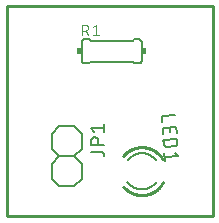
<source format=gbr>
G04 EAGLE Gerber RS-274X export*
G75*
%MOMM*%
%FSLAX34Y34*%
%LPD*%
%INSilkscreen Top*%
%IPPOS*%
%AMOC8*
5,1,8,0,0,1.08239X$1,22.5*%
G01*
%ADD10C,0.152400*%
%ADD11C,0.127000*%
%ADD12C,0.254000*%
%ADD13R,0.381000X0.508000*%
%ADD14C,0.101600*%
%ADD15C,0.254000*%


D10*
X482600Y476250D02*
X482600Y488950D01*
X488950Y495300D01*
X501650Y495300D01*
X508000Y488950D01*
X501650Y469900D02*
X488950Y469900D01*
X482600Y476250D01*
X501650Y469900D02*
X508000Y476250D01*
X508000Y488950D01*
X488950Y495300D02*
X482600Y501650D01*
X482600Y514350D01*
X488950Y520700D01*
X501650Y520700D01*
X508000Y514350D01*
X508000Y501650D01*
X501650Y495300D01*
D11*
X515747Y498983D02*
X524637Y498983D01*
X524737Y498981D01*
X524836Y498975D01*
X524936Y498965D01*
X525034Y498952D01*
X525133Y498934D01*
X525230Y498913D01*
X525326Y498888D01*
X525422Y498859D01*
X525516Y498826D01*
X525609Y498790D01*
X525700Y498750D01*
X525790Y498706D01*
X525878Y498659D01*
X525964Y498609D01*
X526048Y498555D01*
X526130Y498498D01*
X526209Y498438D01*
X526287Y498374D01*
X526361Y498308D01*
X526433Y498239D01*
X526502Y498167D01*
X526568Y498093D01*
X526632Y498015D01*
X526692Y497936D01*
X526749Y497854D01*
X526803Y497770D01*
X526853Y497684D01*
X526900Y497596D01*
X526944Y497506D01*
X526984Y497415D01*
X527020Y497322D01*
X527053Y497228D01*
X527082Y497132D01*
X527107Y497036D01*
X527128Y496939D01*
X527146Y496840D01*
X527159Y496742D01*
X527169Y496642D01*
X527175Y496543D01*
X527177Y496443D01*
X527177Y495173D01*
X527177Y504963D02*
X515747Y504963D01*
X515747Y508138D01*
X515749Y508249D01*
X515755Y508359D01*
X515764Y508470D01*
X515778Y508580D01*
X515795Y508689D01*
X515816Y508798D01*
X515841Y508906D01*
X515870Y509013D01*
X515902Y509119D01*
X515938Y509224D01*
X515978Y509327D01*
X516021Y509429D01*
X516068Y509530D01*
X516119Y509629D01*
X516172Y509726D01*
X516229Y509820D01*
X516290Y509913D01*
X516353Y510004D01*
X516420Y510093D01*
X516490Y510179D01*
X516563Y510262D01*
X516638Y510344D01*
X516716Y510422D01*
X516798Y510497D01*
X516881Y510570D01*
X516967Y510640D01*
X517056Y510707D01*
X517147Y510770D01*
X517240Y510831D01*
X517335Y510888D01*
X517431Y510941D01*
X517530Y510992D01*
X517631Y511039D01*
X517733Y511082D01*
X517836Y511122D01*
X517941Y511158D01*
X518047Y511190D01*
X518154Y511219D01*
X518262Y511244D01*
X518371Y511265D01*
X518480Y511282D01*
X518590Y511296D01*
X518701Y511305D01*
X518811Y511311D01*
X518922Y511313D01*
X519033Y511311D01*
X519143Y511305D01*
X519254Y511296D01*
X519364Y511282D01*
X519473Y511265D01*
X519582Y511244D01*
X519690Y511219D01*
X519797Y511190D01*
X519903Y511158D01*
X520008Y511122D01*
X520111Y511082D01*
X520213Y511039D01*
X520314Y510992D01*
X520413Y510941D01*
X520510Y510888D01*
X520604Y510831D01*
X520697Y510770D01*
X520788Y510707D01*
X520877Y510640D01*
X520963Y510570D01*
X521046Y510497D01*
X521128Y510422D01*
X521206Y510344D01*
X521281Y510262D01*
X521354Y510179D01*
X521424Y510093D01*
X521491Y510004D01*
X521554Y509913D01*
X521615Y509820D01*
X521672Y509726D01*
X521725Y509629D01*
X521776Y509530D01*
X521823Y509429D01*
X521866Y509327D01*
X521906Y509224D01*
X521942Y509119D01*
X521974Y509013D01*
X522003Y508906D01*
X522028Y508798D01*
X522049Y508689D01*
X522066Y508580D01*
X522080Y508470D01*
X522089Y508359D01*
X522095Y508249D01*
X522097Y508138D01*
X522097Y504963D01*
X518287Y515822D02*
X515747Y518997D01*
X527177Y518997D01*
X527177Y515822D02*
X527177Y522172D01*
D10*
X546399Y473742D02*
X546618Y473442D01*
X546845Y473148D01*
X547079Y472860D01*
X547320Y472577D01*
X547567Y472300D01*
X547822Y472029D01*
X548083Y471765D01*
X548350Y471507D01*
X548623Y471256D01*
X548903Y471011D01*
X549188Y470773D01*
X549479Y470543D01*
X549776Y470319D01*
X550078Y470103D01*
X550385Y469894D01*
X550697Y469693D01*
X551014Y469499D01*
X551336Y469313D01*
X551662Y469135D01*
X551992Y468965D01*
X552326Y468803D01*
X552664Y468650D01*
X553006Y468504D01*
X553351Y468367D01*
X553700Y468239D01*
X554051Y468119D01*
X554406Y468007D01*
X554763Y467905D01*
X555122Y467810D01*
X555483Y467725D01*
X555847Y467649D01*
X556212Y467581D01*
X556579Y467523D01*
X556947Y467473D01*
X557316Y467432D01*
X557686Y467401D01*
X558057Y467378D01*
X558428Y467365D01*
X558800Y467360D01*
X559172Y467365D01*
X559543Y467378D01*
X559915Y467401D01*
X560285Y467433D01*
X560655Y467473D01*
X561023Y467523D01*
X561391Y467582D01*
X561756Y467649D01*
X562120Y467726D01*
X562482Y467812D01*
X562842Y467906D01*
X563199Y468009D01*
X563554Y468120D01*
X563906Y468241D01*
X564255Y468370D01*
X564600Y468507D01*
X564942Y468653D01*
X565281Y468807D01*
X565616Y468969D01*
X565946Y469139D01*
X566272Y469318D01*
X566594Y469504D01*
X566912Y469698D01*
X567224Y469900D01*
X567531Y470109D01*
X567833Y470326D01*
X568130Y470550D01*
X568422Y470781D01*
X568707Y471019D01*
X568987Y471265D01*
X569260Y471517D01*
X569528Y471775D01*
X569788Y472040D01*
X570043Y472311D01*
X570291Y472589D01*
X570531Y472872D01*
X570765Y473161D01*
X570992Y473456D01*
X558800Y497840D02*
X558435Y497836D01*
X558070Y497823D01*
X557706Y497801D01*
X557343Y497770D01*
X556980Y497731D01*
X556618Y497683D01*
X556258Y497626D01*
X555899Y497561D01*
X555541Y497488D01*
X555186Y497405D01*
X554833Y497315D01*
X554481Y497215D01*
X554133Y497108D01*
X553787Y496992D01*
X553444Y496868D01*
X553104Y496735D01*
X552767Y496595D01*
X552434Y496447D01*
X552104Y496290D01*
X551778Y496126D01*
X551456Y495954D01*
X551139Y495774D01*
X550826Y495587D01*
X550517Y495393D01*
X550213Y495191D01*
X549914Y494981D01*
X549620Y494765D01*
X549332Y494542D01*
X549049Y494312D01*
X548771Y494075D01*
X548499Y493832D01*
X548233Y493582D01*
X547973Y493326D01*
X547720Y493063D01*
X547472Y492795D01*
X547232Y492521D01*
X546997Y492241D01*
X546770Y491956D01*
X558800Y497840D02*
X559165Y497836D01*
X559530Y497823D01*
X559894Y497801D01*
X560257Y497770D01*
X560620Y497731D01*
X560982Y497683D01*
X561342Y497626D01*
X561701Y497561D01*
X562059Y497488D01*
X562414Y497405D01*
X562767Y497315D01*
X563119Y497215D01*
X563467Y497108D01*
X563813Y496992D01*
X564156Y496868D01*
X564496Y496735D01*
X564833Y496595D01*
X565166Y496447D01*
X565496Y496290D01*
X565822Y496126D01*
X566144Y495954D01*
X566461Y495774D01*
X566774Y495587D01*
X567083Y495393D01*
X567387Y495191D01*
X567686Y494981D01*
X567980Y494765D01*
X568268Y494542D01*
X568551Y494312D01*
X568829Y494075D01*
X569101Y493832D01*
X569367Y493582D01*
X569627Y493326D01*
X569880Y493063D01*
X570128Y492795D01*
X570368Y492521D01*
X570603Y492241D01*
X570830Y491956D01*
D12*
X558800Y462280D02*
X558306Y462286D01*
X557812Y462304D01*
X557318Y462334D01*
X556825Y462376D01*
X556334Y462430D01*
X555844Y462496D01*
X555356Y462574D01*
X554869Y462664D01*
X554385Y462765D01*
X553904Y462879D01*
X553426Y463004D01*
X552950Y463140D01*
X552479Y463288D01*
X552011Y463448D01*
X551547Y463619D01*
X551087Y463801D01*
X550632Y463994D01*
X550181Y464198D01*
X549736Y464413D01*
X549296Y464639D01*
X548862Y464876D01*
X548434Y465123D01*
X548012Y465380D01*
X547596Y465648D01*
X547187Y465926D01*
X546785Y466213D01*
X546389Y466510D01*
X546002Y466817D01*
X545621Y467133D01*
X545249Y467458D01*
X544884Y467793D01*
X544528Y468136D01*
X544181Y468487D01*
X543841Y468847D01*
X543511Y469215D01*
X543190Y469591D01*
X558800Y462280D02*
X559288Y462286D01*
X559775Y462303D01*
X560262Y462333D01*
X560749Y462374D01*
X561234Y462426D01*
X561718Y462491D01*
X562200Y462567D01*
X562680Y462654D01*
X563158Y462753D01*
X563633Y462863D01*
X564106Y462985D01*
X564575Y463118D01*
X565042Y463263D01*
X565504Y463418D01*
X565963Y463585D01*
X566418Y463762D01*
X566868Y463951D01*
X567313Y464150D01*
X567754Y464360D01*
X568190Y464580D01*
X568620Y464811D01*
X569044Y465052D01*
X569462Y465303D01*
X569875Y465564D01*
X570281Y465835D01*
X570680Y466115D01*
X571073Y466405D01*
X571458Y466705D01*
X571836Y467014D01*
X572207Y467331D01*
X572569Y467658D01*
X572924Y467993D01*
X573271Y468336D01*
X573609Y468688D01*
X573939Y469047D01*
X574260Y469415D01*
X574573Y469790D01*
X574876Y470173D01*
X575170Y470562D01*
X575454Y470959D01*
X575729Y471362D01*
X575994Y471772D01*
X576249Y472188D01*
X576494Y472610D01*
X576729Y473038D01*
X558800Y502920D02*
X558310Y502914D01*
X557820Y502896D01*
X557331Y502867D01*
X556842Y502825D01*
X556355Y502772D01*
X555869Y502708D01*
X555385Y502631D01*
X554903Y502543D01*
X554423Y502443D01*
X553945Y502332D01*
X553471Y502209D01*
X552999Y502074D01*
X552531Y501929D01*
X552067Y501772D01*
X551606Y501604D01*
X551150Y501425D01*
X550698Y501235D01*
X550251Y501034D01*
X549809Y500822D01*
X549372Y500600D01*
X548940Y500368D01*
X548514Y500125D01*
X548095Y499871D01*
X547681Y499608D01*
X547274Y499335D01*
X546874Y499052D01*
X546480Y498759D01*
X546094Y498458D01*
X545715Y498146D01*
X545344Y497826D01*
X544981Y497497D01*
X544625Y497160D01*
X544278Y496813D01*
X543940Y496459D01*
X543610Y496096D01*
X543288Y495726D01*
X558800Y502920D02*
X559297Y502914D01*
X559794Y502896D01*
X560290Y502865D01*
X560785Y502823D01*
X561279Y502768D01*
X561772Y502702D01*
X562262Y502623D01*
X562751Y502532D01*
X563237Y502430D01*
X563721Y502315D01*
X564201Y502189D01*
X564679Y502051D01*
X565153Y501902D01*
X565623Y501741D01*
X566089Y501568D01*
X566551Y501384D01*
X567008Y501189D01*
X567460Y500983D01*
X567907Y500766D01*
X568348Y500537D01*
X568784Y500299D01*
X569214Y500049D01*
X569637Y499789D01*
X570055Y499519D01*
X570465Y499239D01*
X570868Y498949D01*
X571265Y498649D01*
X571653Y498339D01*
X572034Y498020D01*
X572407Y497692D01*
X572772Y497355D01*
X573129Y497009D01*
X573477Y496654D01*
X573816Y496291D01*
X574147Y495920D01*
X574468Y495540D01*
X574780Y495153D01*
X575082Y494759D01*
X575374Y494357D01*
X575657Y493948D01*
X575929Y493533D01*
X576192Y493110D01*
X576443Y492682D01*
D11*
X575823Y529137D02*
X587225Y529934D01*
X575823Y529137D02*
X576177Y524069D01*
X576514Y519255D02*
X576868Y514187D01*
X576514Y519255D02*
X587916Y520052D01*
X588270Y514985D01*
X583114Y515897D02*
X582848Y519698D01*
X588605Y510196D02*
X577203Y509398D01*
X588605Y510196D02*
X588827Y507029D01*
X588826Y507028D02*
X588832Y506918D01*
X588834Y506807D01*
X588832Y506696D01*
X588826Y506586D01*
X588817Y506475D01*
X588803Y506365D01*
X588786Y506256D01*
X588765Y506147D01*
X588740Y506039D01*
X588711Y505932D01*
X588679Y505826D01*
X588643Y505721D01*
X588603Y505618D01*
X588560Y505516D01*
X588513Y505415D01*
X588462Y505316D01*
X588409Y505220D01*
X588352Y505125D01*
X588291Y505032D01*
X588228Y504941D01*
X588161Y504852D01*
X588091Y504766D01*
X588018Y504683D01*
X587943Y504601D01*
X587865Y504523D01*
X587784Y504448D01*
X587700Y504375D01*
X587614Y504305D01*
X587525Y504238D01*
X587434Y504175D01*
X587342Y504114D01*
X587247Y504057D01*
X587150Y504004D01*
X587051Y503953D01*
X586950Y503907D01*
X586848Y503863D01*
X586745Y503823D01*
X586640Y503787D01*
X586534Y503755D01*
X586427Y503726D01*
X586319Y503701D01*
X586210Y503680D01*
X586101Y503663D01*
X585991Y503649D01*
X585881Y503640D01*
X580813Y503285D01*
X580813Y503286D02*
X580703Y503280D01*
X580592Y503278D01*
X580481Y503280D01*
X580371Y503286D01*
X580260Y503295D01*
X580150Y503309D01*
X580041Y503326D01*
X579932Y503347D01*
X579824Y503372D01*
X579717Y503401D01*
X579611Y503433D01*
X579506Y503469D01*
X579403Y503509D01*
X579301Y503552D01*
X579200Y503599D01*
X579101Y503650D01*
X579005Y503703D01*
X578910Y503760D01*
X578817Y503821D01*
X578726Y503884D01*
X578637Y503951D01*
X578551Y504021D01*
X578468Y504094D01*
X578386Y504169D01*
X578308Y504247D01*
X578233Y504329D01*
X578160Y504412D01*
X578090Y504498D01*
X578023Y504587D01*
X577960Y504678D01*
X577899Y504770D01*
X577842Y504865D01*
X577789Y504962D01*
X577738Y505061D01*
X577691Y505162D01*
X577648Y505264D01*
X577608Y505367D01*
X577572Y505472D01*
X577540Y505578D01*
X577511Y505685D01*
X577486Y505793D01*
X577465Y505902D01*
X577448Y506011D01*
X577434Y506121D01*
X577425Y506232D01*
X577425Y506231D02*
X577203Y509398D01*
X586895Y498236D02*
X589651Y495246D01*
X578248Y494449D01*
X578027Y497616D02*
X578470Y491282D01*
D10*
X508000Y591820D02*
X508002Y591920D01*
X508008Y592019D01*
X508018Y592119D01*
X508031Y592217D01*
X508049Y592316D01*
X508070Y592413D01*
X508095Y592509D01*
X508124Y592605D01*
X508157Y592699D01*
X508193Y592792D01*
X508233Y592883D01*
X508277Y592973D01*
X508324Y593061D01*
X508374Y593147D01*
X508428Y593231D01*
X508485Y593313D01*
X508545Y593392D01*
X508609Y593470D01*
X508675Y593544D01*
X508744Y593616D01*
X508816Y593685D01*
X508890Y593751D01*
X508968Y593815D01*
X509047Y593875D01*
X509129Y593932D01*
X509213Y593986D01*
X509299Y594036D01*
X509387Y594083D01*
X509477Y594127D01*
X509568Y594167D01*
X509661Y594203D01*
X509755Y594236D01*
X509851Y594265D01*
X509947Y594290D01*
X510044Y594311D01*
X510143Y594329D01*
X510241Y594342D01*
X510341Y594352D01*
X510440Y594358D01*
X510540Y594360D01*
X508000Y576580D02*
X508002Y576480D01*
X508008Y576381D01*
X508018Y576281D01*
X508031Y576183D01*
X508049Y576084D01*
X508070Y575987D01*
X508095Y575891D01*
X508124Y575795D01*
X508157Y575701D01*
X508193Y575608D01*
X508233Y575517D01*
X508277Y575427D01*
X508324Y575339D01*
X508374Y575253D01*
X508428Y575169D01*
X508485Y575087D01*
X508545Y575008D01*
X508609Y574930D01*
X508675Y574856D01*
X508744Y574784D01*
X508816Y574715D01*
X508890Y574649D01*
X508968Y574585D01*
X509047Y574525D01*
X509129Y574468D01*
X509213Y574414D01*
X509299Y574364D01*
X509387Y574317D01*
X509477Y574273D01*
X509568Y574233D01*
X509661Y574197D01*
X509755Y574164D01*
X509851Y574135D01*
X509947Y574110D01*
X510044Y574089D01*
X510143Y574071D01*
X510241Y574058D01*
X510341Y574048D01*
X510440Y574042D01*
X510540Y574040D01*
X556260Y574040D02*
X556360Y574042D01*
X556459Y574048D01*
X556559Y574058D01*
X556657Y574071D01*
X556756Y574089D01*
X556853Y574110D01*
X556949Y574135D01*
X557045Y574164D01*
X557139Y574197D01*
X557232Y574233D01*
X557323Y574273D01*
X557413Y574317D01*
X557501Y574364D01*
X557587Y574414D01*
X557671Y574468D01*
X557753Y574525D01*
X557832Y574585D01*
X557910Y574649D01*
X557984Y574715D01*
X558056Y574784D01*
X558125Y574856D01*
X558191Y574930D01*
X558255Y575008D01*
X558315Y575087D01*
X558372Y575169D01*
X558426Y575253D01*
X558476Y575339D01*
X558523Y575427D01*
X558567Y575517D01*
X558607Y575608D01*
X558643Y575701D01*
X558676Y575795D01*
X558705Y575891D01*
X558730Y575987D01*
X558751Y576084D01*
X558769Y576183D01*
X558782Y576281D01*
X558792Y576381D01*
X558798Y576480D01*
X558800Y576580D01*
X558800Y591820D02*
X558798Y591920D01*
X558792Y592019D01*
X558782Y592119D01*
X558769Y592217D01*
X558751Y592316D01*
X558730Y592413D01*
X558705Y592509D01*
X558676Y592605D01*
X558643Y592699D01*
X558607Y592792D01*
X558567Y592883D01*
X558523Y592973D01*
X558476Y593061D01*
X558426Y593147D01*
X558372Y593231D01*
X558315Y593313D01*
X558255Y593392D01*
X558191Y593470D01*
X558125Y593544D01*
X558056Y593616D01*
X557984Y593685D01*
X557910Y593751D01*
X557832Y593815D01*
X557753Y593875D01*
X557671Y593932D01*
X557587Y593986D01*
X557501Y594036D01*
X557413Y594083D01*
X557323Y594127D01*
X557232Y594167D01*
X557139Y594203D01*
X557045Y594236D01*
X556949Y594265D01*
X556853Y594290D01*
X556756Y594311D01*
X556657Y594329D01*
X556559Y594342D01*
X556459Y594352D01*
X556360Y594358D01*
X556260Y594360D01*
X508000Y591820D02*
X508000Y576580D01*
X510540Y594360D02*
X514350Y594360D01*
X515620Y593090D01*
X514350Y574040D02*
X510540Y574040D01*
X514350Y574040D02*
X515620Y575310D01*
X551180Y593090D02*
X552450Y594360D01*
X551180Y593090D02*
X515620Y593090D01*
X551180Y575310D02*
X552450Y574040D01*
X551180Y575310D02*
X515620Y575310D01*
X552450Y594360D02*
X556260Y594360D01*
X556260Y574040D02*
X552450Y574040D01*
X558800Y576580D02*
X558800Y591820D01*
D13*
X560705Y584200D03*
X506095Y584200D03*
D14*
X508508Y597662D02*
X508508Y606552D01*
X510977Y606552D01*
X511075Y606550D01*
X511173Y606544D01*
X511271Y606534D01*
X511368Y606521D01*
X511465Y606503D01*
X511561Y606482D01*
X511655Y606457D01*
X511749Y606428D01*
X511842Y606396D01*
X511933Y606359D01*
X512023Y606320D01*
X512111Y606276D01*
X512197Y606229D01*
X512282Y606179D01*
X512364Y606126D01*
X512444Y606069D01*
X512522Y606009D01*
X512597Y605946D01*
X512670Y605880D01*
X512740Y605811D01*
X512807Y605740D01*
X512872Y605666D01*
X512933Y605589D01*
X512992Y605510D01*
X513047Y605429D01*
X513099Y605346D01*
X513147Y605260D01*
X513192Y605173D01*
X513234Y605084D01*
X513272Y604994D01*
X513306Y604902D01*
X513337Y604809D01*
X513364Y604714D01*
X513387Y604619D01*
X513407Y604522D01*
X513422Y604426D01*
X513434Y604328D01*
X513442Y604230D01*
X513446Y604132D01*
X513446Y604034D01*
X513442Y603936D01*
X513434Y603838D01*
X513422Y603740D01*
X513407Y603644D01*
X513387Y603547D01*
X513364Y603452D01*
X513337Y603357D01*
X513306Y603264D01*
X513272Y603172D01*
X513234Y603082D01*
X513192Y602993D01*
X513147Y602906D01*
X513099Y602820D01*
X513047Y602737D01*
X512992Y602656D01*
X512933Y602577D01*
X512872Y602500D01*
X512807Y602426D01*
X512740Y602355D01*
X512670Y602286D01*
X512597Y602220D01*
X512522Y602157D01*
X512444Y602097D01*
X512364Y602040D01*
X512282Y601987D01*
X512197Y601937D01*
X512111Y601890D01*
X512023Y601846D01*
X511933Y601807D01*
X511842Y601770D01*
X511749Y601738D01*
X511655Y601709D01*
X511561Y601684D01*
X511465Y601663D01*
X511368Y601645D01*
X511271Y601632D01*
X511173Y601622D01*
X511075Y601616D01*
X510977Y601614D01*
X510977Y601613D02*
X508508Y601613D01*
X511471Y601613D02*
X513447Y597662D01*
X517358Y604576D02*
X519827Y606552D01*
X519827Y597662D01*
X517358Y597662D02*
X522297Y597662D01*
D15*
X444500Y444500D02*
X619000Y444500D01*
X619000Y622200D01*
X444500Y622200D01*
X444500Y444500D01*
M02*

</source>
